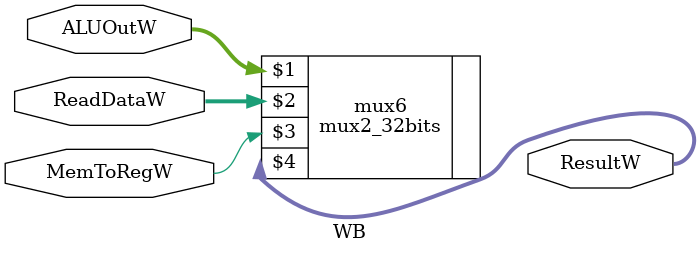
<source format=v>
module WB(MemToRegW, ReadDataW, ALUOutW, ResultW);
input MemToRegW;
input [31:0] ReadDataW, ALUOutW;

output [31:0] ResultW;

mux2_32bits mux6(ALUOutW, ReadDataW, MemToRegW, ResultW);

endmodule
</source>
